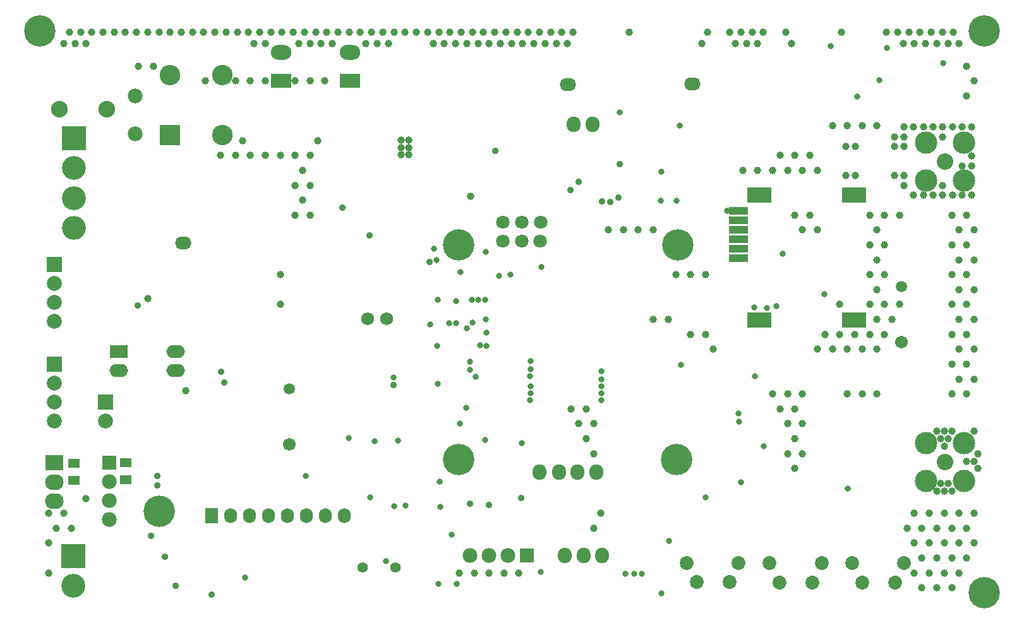
<source format=gbs>
G04*
G04 #@! TF.GenerationSoftware,Altium Limited,Altium Designer,18.1.6 (161)*
G04*
G04 Layer_Color=16711935*
%FSTAX24Y24*%
%MOIN*%
G70*
G01*
G75*
%ADD89R,0.0630X0.0474*%
%ADD124O,0.0730X0.0830*%
%ADD125C,0.0730*%
%ADD126O,0.0867X0.0671*%
%ADD127R,0.0671X0.0789*%
%ADD128O,0.0671X0.0789*%
%ADD129C,0.1182*%
%ADD130C,0.0867*%
%ADD131C,0.0395*%
%ADD132C,0.0680*%
%ADD133R,0.1080X0.0780*%
%ADD134O,0.1080X0.0780*%
%ADD135R,0.1080X0.1080*%
%ADD136C,0.1080*%
%ADD137C,0.0780*%
%ADD138C,0.0880*%
%ADD139C,0.0789*%
%ADD140R,0.0789X0.0789*%
%ADD141R,0.1261X0.1261*%
%ADD142C,0.1261*%
%ADD143O,0.0980X0.0680*%
%ADD144R,0.0980X0.0680*%
%ADD145R,0.0780X0.0780*%
%ADD146R,0.0980X0.0830*%
%ADD147O,0.0980X0.0830*%
%ADD148C,0.0710*%
%ADD149R,0.0780X0.0780*%
%ADD150C,0.0316*%
%ADD151C,0.0356*%
%ADD152C,0.1655*%
%ADD153C,0.0552*%
%ADD154C,0.0592*%
%ADD155C,0.0671*%
%ADD201R,0.0986X0.0395*%
%ADD202R,0.1261X0.0789*%
D89*
X01626Y0254D02*
D03*
Y0263D02*
D03*
X01351Y02535D02*
D03*
Y02625D02*
D03*
D124*
X0411Y02581D02*
D03*
X04009D02*
D03*
X03911D02*
D03*
X0381D02*
D03*
X03941Y0214D02*
D03*
X04042D02*
D03*
X0414D02*
D03*
X0409Y04415D02*
D03*
X03989D02*
D03*
D125*
X05734Y021D02*
D03*
X05459D02*
D03*
X05686Y01997D02*
D03*
X05512D02*
D03*
X0486Y02101D02*
D03*
X04585D02*
D03*
X04812Y01998D02*
D03*
X04638D02*
D03*
X052986Y021D02*
D03*
X050236D02*
D03*
X052506Y01997D02*
D03*
X050766D02*
D03*
D126*
X03959Y04626D02*
D03*
X01928Y03791D02*
D03*
X04617Y04631D02*
D03*
D127*
X0208Y02351D02*
D03*
D128*
X0218D02*
D03*
X0228D02*
D03*
X0238D02*
D03*
X0248D02*
D03*
X0258D02*
D03*
X0268D02*
D03*
X0278D02*
D03*
D129*
X0605Y027337D02*
D03*
Y025337D02*
D03*
X0585D02*
D03*
Y027337D02*
D03*
X0605Y0432D02*
D03*
Y0412D02*
D03*
X0585D02*
D03*
Y0432D02*
D03*
D130*
X0595Y026337D02*
D03*
Y0422D02*
D03*
D131*
X0308Y043337D02*
D03*
Y042944D02*
D03*
Y04255D02*
D03*
X031194D02*
D03*
Y042944D02*
D03*
Y043337D02*
D03*
X055906Y044095D02*
D03*
X055118D02*
D03*
X054331D02*
D03*
X053543D02*
D03*
X061024Y027953D02*
D03*
X061221Y026772D02*
D03*
X061024Y026378D02*
D03*
X061221Y025984D02*
D03*
X06063Y026378D02*
D03*
X059843Y027953D02*
D03*
Y024803D02*
D03*
X059449Y027953D02*
D03*
X059646Y027559D02*
D03*
X059449Y027165D02*
D03*
X059646Y025197D02*
D03*
X059449Y024803D02*
D03*
X059055Y027953D02*
D03*
X059252Y027559D02*
D03*
Y025197D02*
D03*
X059055Y024803D02*
D03*
X060236Y048425D02*
D03*
X059941Y049016D02*
D03*
X059646Y048425D02*
D03*
X05935Y049016D02*
D03*
X059055Y048425D02*
D03*
X05876Y049016D02*
D03*
X058465Y048425D02*
D03*
X058169Y049016D02*
D03*
X057874Y048425D02*
D03*
X057579Y049016D02*
D03*
X057283Y048425D02*
D03*
X056988Y049016D02*
D03*
X056398D02*
D03*
X054035D02*
D03*
X051378Y048425D02*
D03*
X051083Y049016D02*
D03*
X049902D02*
D03*
X049606Y048425D02*
D03*
X049311Y049016D02*
D03*
X049016Y048425D02*
D03*
X04872Y049016D02*
D03*
X048425Y048425D02*
D03*
X04813Y049016D02*
D03*
X046949D02*
D03*
X046654Y048425D02*
D03*
X042815Y049016D02*
D03*
X039862D02*
D03*
X039567Y048425D02*
D03*
X039272Y049016D02*
D03*
X038976Y048425D02*
D03*
X038681Y049016D02*
D03*
X038386Y048425D02*
D03*
X038091Y049016D02*
D03*
X037795Y048425D02*
D03*
X0375Y049016D02*
D03*
X037205Y048425D02*
D03*
X036909Y049016D02*
D03*
X036614Y048425D02*
D03*
X036319Y049016D02*
D03*
X036024Y048425D02*
D03*
X035728Y049016D02*
D03*
X035433Y048425D02*
D03*
X035138Y049016D02*
D03*
X034843Y048425D02*
D03*
X034547Y049016D02*
D03*
X034252Y048425D02*
D03*
X033957Y049016D02*
D03*
X033661Y048425D02*
D03*
X033366Y049016D02*
D03*
X033071Y048425D02*
D03*
X032776Y049016D02*
D03*
X03248Y048425D02*
D03*
X032185Y049016D02*
D03*
X031594D02*
D03*
X031004D02*
D03*
X030413D02*
D03*
X030118Y048425D02*
D03*
X029823Y049016D02*
D03*
X029528Y048425D02*
D03*
X029232Y049016D02*
D03*
X028937Y048425D02*
D03*
X028642Y049016D02*
D03*
X028051D02*
D03*
X027461D02*
D03*
X027165Y048425D02*
D03*
X02687Y049016D02*
D03*
X026575Y048425D02*
D03*
X02628Y049016D02*
D03*
X025984Y048425D02*
D03*
X025689Y049016D02*
D03*
X025394Y048425D02*
D03*
X025098Y049016D02*
D03*
X024508D02*
D03*
X023917D02*
D03*
X023622Y048425D02*
D03*
X023327Y049016D02*
D03*
X023031Y048425D02*
D03*
X022736Y049016D02*
D03*
X022146D02*
D03*
X021555D02*
D03*
X020965D02*
D03*
X020374D02*
D03*
X019783D02*
D03*
X019193D02*
D03*
X018602D02*
D03*
X018012D02*
D03*
X017421D02*
D03*
X016831D02*
D03*
X01624D02*
D03*
X01565D02*
D03*
X015059D02*
D03*
X014468D02*
D03*
X014173Y048425D02*
D03*
X013878Y049016D02*
D03*
X013583Y048425D02*
D03*
X013287Y049016D02*
D03*
X012992Y048425D02*
D03*
X026378Y043307D02*
D03*
X025984Y04252D02*
D03*
Y040945D02*
D03*
Y03937D02*
D03*
X025197Y04252D02*
D03*
X025591Y041732D02*
D03*
X025197Y040945D02*
D03*
X025591Y040157D02*
D03*
X025197Y03937D02*
D03*
X024409Y04252D02*
D03*
Y03622D02*
D03*
Y034646D02*
D03*
X023622Y04252D02*
D03*
X022835D02*
D03*
X022441Y043307D02*
D03*
X022047Y04252D02*
D03*
X02126D02*
D03*
X014173Y024409D02*
D03*
X013386Y022835D02*
D03*
X012992Y023622D02*
D03*
X012598Y022835D02*
D03*
X012205Y023622D02*
D03*
Y022047D02*
D03*
Y020472D02*
D03*
X061024Y023622D02*
D03*
X06063Y022835D02*
D03*
X061024Y022047D02*
D03*
X06063Y02126D02*
D03*
X060236Y023622D02*
D03*
X059843Y022835D02*
D03*
X060236Y022047D02*
D03*
X059843Y02126D02*
D03*
X060236Y020472D02*
D03*
X059843Y019685D02*
D03*
X059449Y023622D02*
D03*
X059055Y022835D02*
D03*
X059449Y022047D02*
D03*
X059055Y02126D02*
D03*
X059449Y020472D02*
D03*
X059055Y019685D02*
D03*
X058661Y023622D02*
D03*
X058268Y022835D02*
D03*
X058661Y022047D02*
D03*
X058268Y02126D02*
D03*
X058661Y020472D02*
D03*
X058268Y019685D02*
D03*
X057874Y023622D02*
D03*
X05748Y022835D02*
D03*
X057874Y022047D02*
D03*
Y020472D02*
D03*
X055906Y029921D02*
D03*
X055118D02*
D03*
X054331D02*
D03*
X051969D02*
D03*
Y028346D02*
D03*
Y026772D02*
D03*
X051181Y029921D02*
D03*
X051575Y029134D02*
D03*
X051181Y028346D02*
D03*
X051575Y027559D02*
D03*
X051181Y026772D02*
D03*
X051575Y025984D02*
D03*
X050394Y029921D02*
D03*
X050787Y029134D02*
D03*
X044095Y038583D02*
D03*
X043307D02*
D03*
X04252D02*
D03*
X041732D02*
D03*
X047244Y032283D02*
D03*
X04685Y03622D02*
D03*
Y033071D02*
D03*
X046063Y03622D02*
D03*
Y033071D02*
D03*
X045276Y03622D02*
D03*
X044882Y033858D02*
D03*
X044095D02*
D03*
X052756Y041732D02*
D03*
Y038583D02*
D03*
X052362Y04252D02*
D03*
X051969Y041732D02*
D03*
X052362Y03937D02*
D03*
X051969Y038583D02*
D03*
X051575Y04252D02*
D03*
X051181Y041732D02*
D03*
X051575Y03937D02*
D03*
X050787Y04252D02*
D03*
X050394Y041732D02*
D03*
X049606D02*
D03*
X048819D02*
D03*
X057087Y03937D02*
D03*
Y034646D02*
D03*
X056693Y033858D02*
D03*
X056299Y03937D02*
D03*
X055906Y038583D02*
D03*
X056299Y037795D02*
D03*
X055906Y037008D02*
D03*
X056299Y03622D02*
D03*
X055906Y035433D02*
D03*
X056299Y034646D02*
D03*
X055906Y033858D02*
D03*
X056299Y033071D02*
D03*
X055906Y032283D02*
D03*
X055512Y03937D02*
D03*
Y037795D02*
D03*
Y03622D02*
D03*
Y034646D02*
D03*
Y033071D02*
D03*
X055118Y032283D02*
D03*
X054724Y033071D02*
D03*
X054331Y032283D02*
D03*
X053937Y034646D02*
D03*
Y033071D02*
D03*
X053543Y032283D02*
D03*
X05315Y033071D02*
D03*
X052756Y032283D02*
D03*
X06063Y03937D02*
D03*
X061024Y038583D02*
D03*
X06063Y037795D02*
D03*
X061024Y037008D02*
D03*
X06063Y03622D02*
D03*
X061024Y035433D02*
D03*
X06063Y034646D02*
D03*
X061024Y033858D02*
D03*
X06063Y033071D02*
D03*
X061024Y032283D02*
D03*
X06063Y031496D02*
D03*
X061024Y030709D02*
D03*
X06063Y029921D02*
D03*
X059843Y03937D02*
D03*
X060236Y038583D02*
D03*
X059843Y037795D02*
D03*
X060236Y037008D02*
D03*
X059843Y03622D02*
D03*
X060236Y035433D02*
D03*
X059843Y034646D02*
D03*
X060236Y033858D02*
D03*
X059843Y033071D02*
D03*
X060236Y032283D02*
D03*
X059843Y031496D02*
D03*
X060236Y030709D02*
D03*
X059843Y029921D02*
D03*
X060906Y044016D02*
D03*
Y04248D02*
D03*
Y041968D02*
D03*
Y040433D02*
D03*
X060394Y044016D02*
D03*
Y041968D02*
D03*
Y040433D02*
D03*
X059882Y044016D02*
D03*
Y040433D02*
D03*
X05937Y044016D02*
D03*
Y043504D02*
D03*
Y040945D02*
D03*
Y040433D02*
D03*
X058858Y044016D02*
D03*
Y040433D02*
D03*
X058346Y044016D02*
D03*
Y040433D02*
D03*
X057835Y044016D02*
D03*
Y040433D02*
D03*
X057323Y044016D02*
D03*
Y043504D02*
D03*
Y042992D02*
D03*
Y041457D02*
D03*
Y040945D02*
D03*
X056811Y043504D02*
D03*
Y042992D02*
D03*
Y041457D02*
D03*
X054764Y042992D02*
D03*
Y041457D02*
D03*
X054252Y042992D02*
D03*
Y041457D02*
D03*
X037008Y020472D02*
D03*
X03622D02*
D03*
X035433D02*
D03*
X034646D02*
D03*
X033858D02*
D03*
X040945Y028346D02*
D03*
Y026772D02*
D03*
X040551Y029134D02*
D03*
X040157Y028346D02*
D03*
X040551Y027559D02*
D03*
X039764Y029134D02*
D03*
X041339Y023622D02*
D03*
X040945Y022835D02*
D03*
X06063Y047244D02*
D03*
X061024Y046457D02*
D03*
X06063Y045669D02*
D03*
X017717Y047244D02*
D03*
X016929D02*
D03*
X026772Y046457D02*
D03*
X025984D02*
D03*
X025197D02*
D03*
X023622D02*
D03*
X022835D02*
D03*
X022047D02*
D03*
X020472D02*
D03*
X01944Y0301D02*
D03*
X01743Y03495D02*
D03*
X03445Y04035D02*
D03*
D132*
X03003Y033889D02*
D03*
X02903D02*
D03*
D133*
X0281Y04645D02*
D03*
X02445D02*
D03*
D134*
X0281Y04795D02*
D03*
X02445D02*
D03*
D135*
X018588Y043603D02*
D03*
D136*
X021344D02*
D03*
Y046752D02*
D03*
X018588D02*
D03*
D137*
X01675Y04565D02*
D03*
Y04365D02*
D03*
X0154Y0233D02*
D03*
Y0243D02*
D03*
Y0253D02*
D03*
X03442Y0214D02*
D03*
X03542D02*
D03*
X03642D02*
D03*
D138*
X01275Y04495D02*
D03*
X01525D02*
D03*
D139*
X0125Y03375D02*
D03*
Y03475D02*
D03*
Y03575D02*
D03*
X0152Y0285D02*
D03*
X0125D02*
D03*
Y0295D02*
D03*
Y0305D02*
D03*
D140*
Y03675D02*
D03*
X0152Y0295D02*
D03*
X0125Y0315D02*
D03*
D141*
X01351Y043425D02*
D03*
X0135Y02137D02*
D03*
D142*
X01351Y04185D02*
D03*
Y040275D02*
D03*
Y0387D02*
D03*
X0135Y019795D02*
D03*
D143*
X0189Y03215D02*
D03*
Y03115D02*
D03*
X0159D02*
D03*
D144*
Y03215D02*
D03*
D145*
X0154Y0263D02*
D03*
D146*
X0125Y026305D02*
D03*
D147*
Y025255D02*
D03*
Y024255D02*
D03*
D148*
X03715Y039D02*
D03*
X03815D02*
D03*
X03615D02*
D03*
X03814Y038D02*
D03*
X03715D02*
D03*
X03615D02*
D03*
D149*
X03742Y0214D02*
D03*
D150*
X04872Y02526D02*
D03*
X02939Y02742D02*
D03*
X03062Y02745D02*
D03*
X04941Y03449D02*
D03*
X03275Y01991D02*
D03*
X03372Y01989D02*
D03*
X03285Y02397D02*
D03*
X03043Y023986D02*
D03*
X02999Y02109D02*
D03*
X03281Y02529D02*
D03*
X033472Y02248D02*
D03*
X03102Y02403D02*
D03*
X02257Y02024D02*
D03*
X04454Y0194D02*
D03*
X02917Y02445D02*
D03*
X041361Y030321D02*
D03*
X04136Y02961D02*
D03*
X041361Y03071D02*
D03*
Y02995D02*
D03*
X037609Y030321D02*
D03*
X0376Y029612D02*
D03*
X03761Y02996D02*
D03*
X04136Y03113D02*
D03*
X03495Y03251D02*
D03*
X0353Y03245D02*
D03*
X03529Y03317D02*
D03*
X04799Y0396D02*
D03*
X04947Y03086D02*
D03*
X04991Y02716D02*
D03*
X02804Y02758D02*
D03*
X0304Y03081D02*
D03*
X04492Y02216D02*
D03*
X03817Y02054D02*
D03*
X04262Y02043D02*
D03*
X04309D02*
D03*
X04348Y02044D02*
D03*
X03423Y02921D02*
D03*
X03388Y02837D02*
D03*
X03265Y03701D02*
D03*
X05604Y0465D02*
D03*
X05641Y04821D02*
D03*
X05487Y04564D02*
D03*
X0382Y03663D02*
D03*
X05346Y04831D02*
D03*
X05939Y04741D02*
D03*
X045492Y04409D02*
D03*
X05314Y03518D02*
D03*
X04451Y04167D02*
D03*
X0376Y03085D02*
D03*
X03761Y03122D02*
D03*
X03471Y03084D02*
D03*
X03442Y03121D02*
D03*
X03762Y03167D02*
D03*
X03442Y03164D02*
D03*
X03715Y02734D02*
D03*
X03455Y03371D02*
D03*
X034268Y03339D02*
D03*
X034858Y034908D02*
D03*
X04862Y02846D02*
D03*
X0486Y02891D02*
D03*
X04555Y03146D02*
D03*
X03452Y03491D02*
D03*
X03521Y03488D02*
D03*
Y02749D02*
D03*
X03369Y03367D02*
D03*
X03334D02*
D03*
X04234Y04481D02*
D03*
X04686Y02445D02*
D03*
X05435Y024924D02*
D03*
X035252Y03386D02*
D03*
X0501Y03445D02*
D03*
X050582Y034568D02*
D03*
X05094Y03734D02*
D03*
X04449Y04012D02*
D03*
X04534D02*
D03*
X03274Y03047D02*
D03*
X03254Y03761D02*
D03*
X03273Y034887D02*
D03*
X02575Y0256D02*
D03*
X03394Y03637D02*
D03*
X033677Y03484D02*
D03*
X03527Y037445D02*
D03*
X03655Y03623D02*
D03*
X035955Y036165D02*
D03*
X03232Y0336D02*
D03*
X03269Y03245D02*
D03*
D151*
X02147Y03053D02*
D03*
X01793Y02558D02*
D03*
X03229Y03691D02*
D03*
X04226Y0403D02*
D03*
X03713Y02444D02*
D03*
X04234Y04207D02*
D03*
X04183Y04005D02*
D03*
X04138Y04009D02*
D03*
X03542Y02407D02*
D03*
X03443Y02414D02*
D03*
X01792Y0251D02*
D03*
X029142Y0383D02*
D03*
X02128Y0311D02*
D03*
X02768Y03976D02*
D03*
X04015Y04112D02*
D03*
X01688Y03459D02*
D03*
X01758Y02242D02*
D03*
X02079Y01932D02*
D03*
X01889Y019795D02*
D03*
X01834Y02132D02*
D03*
X0304Y03038D02*
D03*
X03575Y04275D02*
D03*
X03974Y04071D02*
D03*
D152*
X01803Y02372D02*
D03*
X03381Y03778D02*
D03*
X04539D02*
D03*
X03381Y02647D02*
D03*
X04534D02*
D03*
X01174Y0491D02*
D03*
X06156Y01944D02*
D03*
Y04911D02*
D03*
D153*
X028774Y020774D02*
D03*
X030506D02*
D03*
D154*
X05719Y03559D02*
D03*
X0249Y03019D02*
D03*
D155*
X05718Y03266D02*
D03*
X02489Y02726D02*
D03*
D201*
X0486Y037095D02*
D03*
Y037595D02*
D03*
Y038095D02*
D03*
Y038595D02*
D03*
Y039095D02*
D03*
Y039595D02*
D03*
D202*
X0497Y033845D02*
D03*
Y040445D02*
D03*
X0547Y033845D02*
D03*
Y040445D02*
D03*
M02*

</source>
